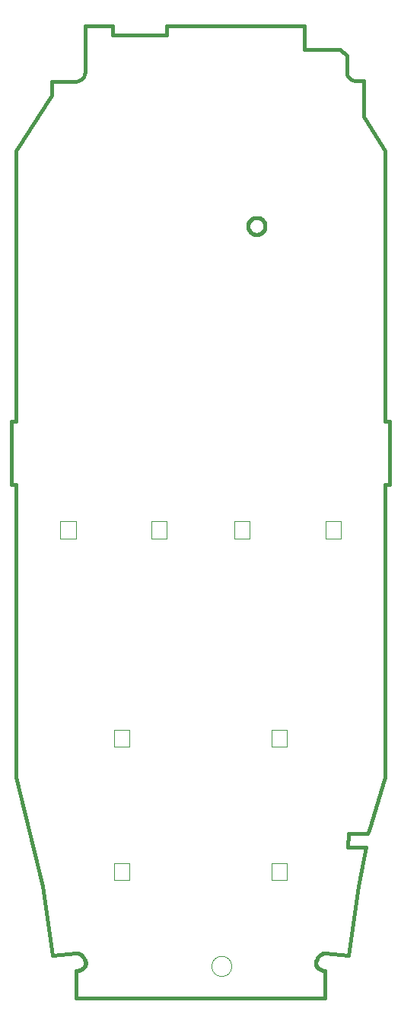
<source format=gm1>
G04 #@! TF.GenerationSoftware,KiCad,Pcbnew,8.0.4*
G04 #@! TF.CreationDate,2024-10-09T19:51:01+11:00*
G04 #@! TF.ProjectId,nokia,6e6f6b69-612e-46b6-9963-61645f706362,rev?*
G04 #@! TF.SameCoordinates,Original*
G04 #@! TF.FileFunction,Profile,NP*
%FSLAX46Y46*%
G04 Gerber Fmt 4.6, Leading zero omitted, Abs format (unit mm)*
G04 Created by KiCad (PCBNEW 8.0.4) date 2024-10-09 19:51:01*
%MOMM*%
%LPD*%
G01*
G04 APERTURE LIST*
G04 #@! TA.AperFunction,Profile*
%ADD10C,0.050000*%
G04 #@! TD*
G04 #@! TA.AperFunction,Profile*
%ADD11C,0.399999*%
G04 #@! TD*
G04 APERTURE END LIST*
D10*
X32900000Y-112400000D02*
X34600000Y-112400000D01*
X34600000Y-114300000D01*
X32900000Y-114300000D01*
X32900000Y-112400000D01*
X45973039Y-123875000D02*
G75*
G02*
X43743157Y-123875000I-1114941J0D01*
G01*
X43743157Y-123875000D02*
G75*
G02*
X45973039Y-123875000I1114941J0D01*
G01*
X32900000Y-97550000D02*
X34600000Y-97550000D01*
X34600000Y-99450000D01*
X32900000Y-99450000D01*
X32900000Y-97550000D01*
X46275000Y-74400000D02*
X47975000Y-74400000D01*
X47975000Y-76300000D01*
X46275000Y-76300000D01*
X46275000Y-74400000D01*
X50400000Y-97550000D02*
X52100000Y-97550000D01*
X52100000Y-99450000D01*
X50400000Y-99450000D01*
X50400000Y-97550000D01*
X50400000Y-112400000D02*
X52100000Y-112400000D01*
X52100000Y-114300000D01*
X50400000Y-114300000D01*
X50400000Y-112400000D01*
D11*
X32710000Y-20361414D02*
X38710000Y-20361414D01*
X38710000Y-19361414D01*
X54000000Y-19361414D01*
X54000000Y-22000000D01*
X55900000Y-22000000D01*
X58043600Y-22000000D01*
X58743594Y-22700000D01*
X58743564Y-24500000D01*
X58800000Y-24750000D01*
X58900000Y-24950000D01*
X59050000Y-25150000D01*
X59200000Y-25300000D01*
X59400000Y-25400000D01*
X59600000Y-25450000D01*
X59750000Y-25450000D01*
X59950000Y-25450000D01*
X60663401Y-25450000D01*
X60663401Y-29422756D01*
X62773526Y-32816461D01*
X63036104Y-33238764D01*
X63036104Y-63300000D01*
X63536104Y-63300000D01*
X63536104Y-70300000D01*
X63036104Y-70300000D01*
X63036104Y-102800770D01*
X61236332Y-108795765D01*
X61100000Y-109095765D01*
X58941041Y-109095765D01*
X58900000Y-110600000D01*
X60900000Y-110600000D01*
X60686364Y-111897377D01*
X60092057Y-114987095D01*
X58959118Y-122661754D01*
X56359467Y-122361759D01*
X56315146Y-122363722D01*
X56270299Y-122369508D01*
X56225053Y-122378955D01*
X56179534Y-122391900D01*
X56133870Y-122408179D01*
X56088187Y-122427628D01*
X56042611Y-122450086D01*
X55997271Y-122475387D01*
X55952291Y-122503371D01*
X55907800Y-122533872D01*
X55820790Y-122601776D01*
X55737254Y-122677794D01*
X55658206Y-122760620D01*
X55584660Y-122848949D01*
X55517631Y-122941474D01*
X55458133Y-123036890D01*
X55407180Y-123133892D01*
X55365786Y-123231173D01*
X55348991Y-123279511D01*
X55334966Y-123327429D01*
X55323837Y-123374764D01*
X55315733Y-123421352D01*
X55310779Y-123467032D01*
X55309102Y-123511638D01*
X55310804Y-123555366D01*
X55315781Y-123598519D01*
X55323907Y-123641044D01*
X55335055Y-123682887D01*
X55349097Y-123723995D01*
X55365908Y-123764315D01*
X55385360Y-123803794D01*
X55407327Y-123842377D01*
X55431682Y-123880012D01*
X55458298Y-123916646D01*
X55487049Y-123952224D01*
X55517807Y-123986694D01*
X55584841Y-124052096D01*
X55658386Y-124112425D01*
X55737427Y-124167253D01*
X55820952Y-124216155D01*
X55907945Y-124258703D01*
X55997394Y-124294470D01*
X56088285Y-124323031D01*
X56179603Y-124343957D01*
X56270335Y-124356823D01*
X56315164Y-124360100D01*
X56359467Y-124361202D01*
X56359467Y-127361530D01*
X45659344Y-127361530D01*
X43659470Y-127361530D01*
X28659352Y-127361530D01*
X28659352Y-124361202D01*
X28703653Y-124360101D01*
X28748477Y-124356825D01*
X28793697Y-124351426D01*
X28839189Y-124343960D01*
X28884824Y-124334477D01*
X28930476Y-124323034D01*
X28976019Y-124309681D01*
X29021327Y-124294473D01*
X29066272Y-124277464D01*
X29110729Y-124258706D01*
X29154570Y-124238253D01*
X29197670Y-124216158D01*
X29239902Y-124192475D01*
X29281139Y-124167256D01*
X29321255Y-124140556D01*
X29360123Y-124112428D01*
X29397617Y-124082924D01*
X29433610Y-124052099D01*
X29467976Y-124020005D01*
X29500589Y-123986696D01*
X29531321Y-123952226D01*
X29560046Y-123916647D01*
X29586638Y-123880013D01*
X29610971Y-123842378D01*
X29632917Y-123803795D01*
X29652351Y-123764316D01*
X29669145Y-123723996D01*
X29683174Y-123682887D01*
X29694310Y-123641044D01*
X29702428Y-123598519D01*
X29707401Y-123555366D01*
X29709101Y-123511638D01*
X29707426Y-123467032D01*
X29702477Y-123421352D01*
X29694381Y-123374764D01*
X29683264Y-123327429D01*
X29669253Y-123279511D01*
X29652474Y-123231173D01*
X29633054Y-123182579D01*
X29611119Y-123133892D01*
X29586797Y-123085275D01*
X29560213Y-123036890D01*
X29500767Y-122941474D01*
X29433793Y-122848949D01*
X29360305Y-122760620D01*
X29281315Y-122677794D01*
X29197834Y-122601776D01*
X29154726Y-122566728D01*
X29110876Y-122533872D01*
X29066409Y-122503371D01*
X29021452Y-122475387D01*
X28976132Y-122450086D01*
X28930575Y-122427628D01*
X28884909Y-122408179D01*
X28839258Y-122391900D01*
X28793751Y-122378955D01*
X28748513Y-122369508D01*
X28703671Y-122363722D01*
X28659352Y-122361759D01*
X26058100Y-122661754D01*
X24926762Y-114987095D01*
X21938102Y-102800274D01*
X21938102Y-70300000D01*
X21438102Y-70300000D01*
X21438102Y-63300000D01*
X21938102Y-63300000D01*
X21938102Y-33238853D01*
X25946323Y-27029904D01*
X25946323Y-25500764D01*
X28600000Y-25500764D01*
X28900000Y-25450000D01*
X29250000Y-25300000D01*
X29450000Y-25050000D01*
X29550000Y-24800000D01*
X29620101Y-24400000D01*
X29620101Y-19361414D01*
X32710000Y-19361414D01*
X32710000Y-20361414D01*
D10*
X26900000Y-74400000D02*
X28600000Y-74400000D01*
X28600000Y-76300000D01*
X26900000Y-76300000D01*
X26900000Y-74400000D01*
X37050000Y-74400000D02*
X38750000Y-74400000D01*
X38750000Y-76300000D01*
X37050000Y-76300000D01*
X37050000Y-74400000D01*
X56425000Y-74400000D02*
X58125000Y-74400000D01*
X58125000Y-76300000D01*
X56425000Y-76300000D01*
X56425000Y-74400000D01*
D11*
X48772287Y-40654860D02*
X48820518Y-40658536D01*
X48868048Y-40664584D01*
X48914818Y-40672943D01*
X48960766Y-40683555D01*
X49005834Y-40696359D01*
X49049963Y-40711295D01*
X49093091Y-40728306D01*
X49135161Y-40747329D01*
X49176111Y-40768307D01*
X49215883Y-40791178D01*
X49254417Y-40815885D01*
X49291654Y-40842366D01*
X49327532Y-40870563D01*
X49361994Y-40900415D01*
X49394979Y-40931864D01*
X49426427Y-40964849D01*
X49456279Y-40999310D01*
X49484476Y-41035189D01*
X49510957Y-41072425D01*
X49535664Y-41110959D01*
X49558536Y-41150731D01*
X49579513Y-41191682D01*
X49598537Y-41233751D01*
X49615547Y-41276880D01*
X49630484Y-41321008D01*
X49643288Y-41366076D01*
X49653899Y-41412025D01*
X49662259Y-41458794D01*
X49668306Y-41506324D01*
X49671982Y-41554556D01*
X49673227Y-41603429D01*
X49672076Y-41650542D01*
X49668610Y-41697336D01*
X49662862Y-41743733D01*
X49654865Y-41789656D01*
X49644650Y-41835025D01*
X49632250Y-41879764D01*
X49617697Y-41923794D01*
X49601024Y-41967037D01*
X49582262Y-42009417D01*
X49561444Y-42050854D01*
X49538601Y-42091270D01*
X49513767Y-42130589D01*
X49486974Y-42168732D01*
X49458253Y-42205621D01*
X49427637Y-42241179D01*
X49395159Y-42275327D01*
X49361029Y-42307824D01*
X49325488Y-42338459D01*
X49288614Y-42367200D01*
X49250486Y-42394014D01*
X49211180Y-42418869D01*
X49170776Y-42441734D01*
X49129350Y-42462574D01*
X49086981Y-42481359D01*
X49043746Y-42498056D01*
X48999724Y-42512633D01*
X48954992Y-42525057D01*
X48909628Y-42535296D01*
X48863710Y-42543318D01*
X48817316Y-42549090D01*
X48770524Y-42552581D01*
X48723412Y-42553758D01*
X48676283Y-42552605D01*
X48629473Y-42549137D01*
X48583061Y-42543386D01*
X48537124Y-42535383D01*
X48491740Y-42525162D01*
X48446987Y-42512754D01*
X48402944Y-42498191D01*
X48359688Y-42481507D01*
X48317297Y-42462732D01*
X48275849Y-42441900D01*
X48235422Y-42419043D01*
X48196094Y-42394193D01*
X48157944Y-42367383D01*
X48121048Y-42338644D01*
X48085486Y-42308009D01*
X48051334Y-42275510D01*
X48018835Y-42241358D01*
X47988200Y-42205795D01*
X47959461Y-42168899D01*
X47932650Y-42130749D01*
X47907800Y-42091421D01*
X47884942Y-42050994D01*
X47864110Y-42009546D01*
X47845336Y-41967155D01*
X47828651Y-41923898D01*
X47814089Y-41879855D01*
X47801681Y-41835102D01*
X47791459Y-41789718D01*
X47783456Y-41743781D01*
X47777705Y-41697368D01*
X47774237Y-41650558D01*
X47773085Y-41603429D01*
X47774252Y-41556349D01*
X47777734Y-41509586D01*
X47783498Y-41463216D01*
X47791511Y-41417318D01*
X47801741Y-41371971D01*
X47814157Y-41327252D01*
X47828725Y-41283239D01*
X47845413Y-41240011D01*
X47864190Y-41197646D01*
X47885022Y-41156222D01*
X47907878Y-41115817D01*
X47932726Y-41076509D01*
X47959532Y-41038377D01*
X47988266Y-41001498D01*
X48018894Y-40965952D01*
X48051384Y-40931815D01*
X48085526Y-40899330D01*
X48121077Y-40868707D01*
X48157961Y-40839978D01*
X48196099Y-40813177D01*
X48235413Y-40788336D01*
X48275826Y-40765485D01*
X48317259Y-40744659D01*
X48359634Y-40725889D01*
X48402875Y-40709207D01*
X48446902Y-40694645D01*
X48491639Y-40682237D01*
X48537006Y-40672013D01*
X48582927Y-40664007D01*
X48629322Y-40658250D01*
X48676116Y-40654776D01*
X48723229Y-40653615D01*
X48723414Y-40653615D01*
X48772287Y-40654860D01*
M02*

</source>
